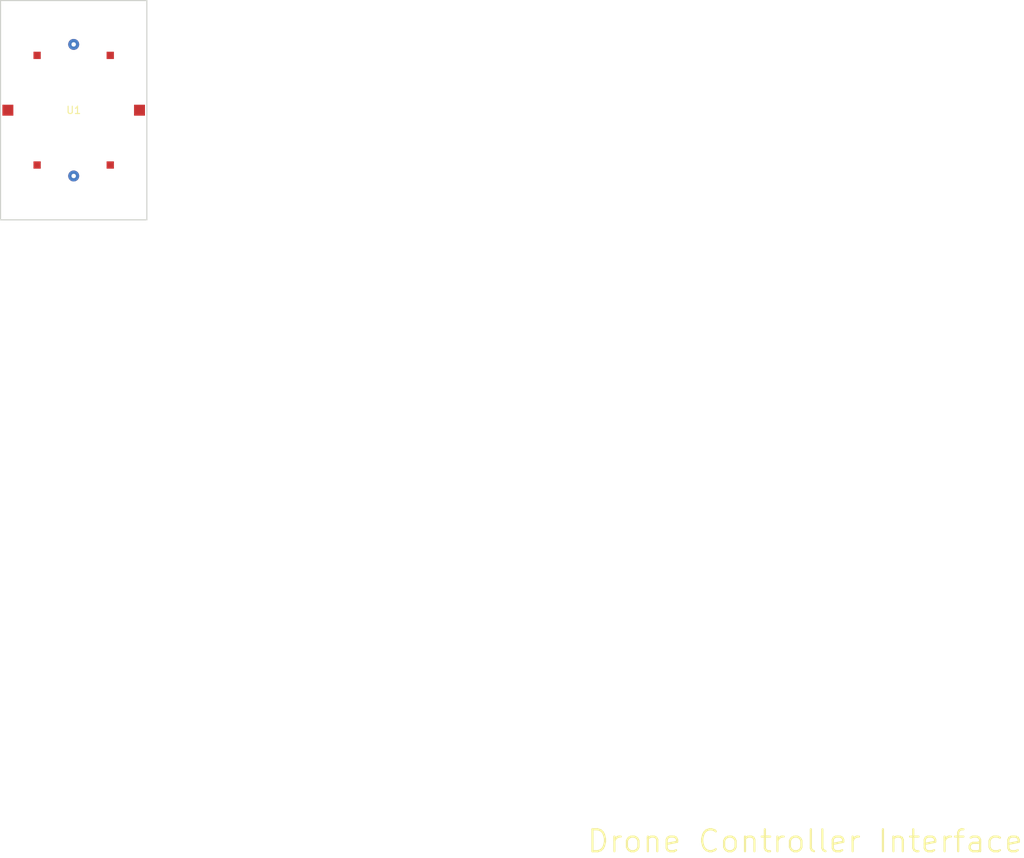
<source format=kicad_pcb>
(kicad_pcb (version 20171130) (host pcbnew "(5.1.9)")

  (general
    (thickness 1.6)
    (drawings 0)
    (tracks 0)
    (zones 0)
    (modules 0)
    (nets 0)
  )

  (page "A4")
  (layers
    (0 "F.Cu" signal)
    (31 "B.Cu" signal)
    (32 "B.Adhes" user)
    (33 "F.Adhes" user)
    (34 "B.Paste" user)
    (35 "F.Paste" user)
    (36 "B.SilkS" user)
    (37 "F.SilkS" user)
    (38 "B.Mask" user)
    (39 "F.Mask" user)
    (40 "Dwgs.User" user)
    (41 "Cmts.User" user)
    (42 "Eco1.User" user)
    (43 "Eco2.User" user)
    (44 "Edge.Cuts" user)
    (45 "Margin" user)
    (46 "B.CrtYd" user)
    (47 "F.CrtYd" user)
    (48 "B.Fab" user)
    (49 "F.Fab" user)
  )

  (setup
    (last_trace_width 0.25)
    (trace_clearance 0.2)
    (zone_clearance 0.2)
    (zone_45_only no)
    (trace_min 0.2)
    (segment_width 0.2)
    (edge_width 0.15)
    (via_size 0.6)
    (via_drill 0.4)
    (via_min_size 0.4)
    (via_min_drill 0.3)
    (uvia_size 0.3)
    (uvia_drill 0.1)
    (uvias_allowed no)
    (uvia_min_size 0.2)
    (uvia_min_drill 0.1)
    (pcb_text_width 0.3)
    (pcb_text_size 1.5 1.5)
    (mod_edge_width 0.15)
    (mod_text_size 1 1)
    (mod_text_width 0.15)
    (pad_size 1.5 1.5)
    (pad_drill 0.6)
    (pad_to_mask_clearance 0.2)
    (solder_mask_min_width 0.25)
    (aux_axis_origin 0 0)
    (visible_elements FFFFFF7F)
    (pcbplotparams
      (layerselection 0x00030_80000001)
      (usegerberextensions false)
      (excludeedgelayer true)
      (linewidth 0.150000)
      (plotframeref false)
      (viasonmask false)
      (mode 1)
      (useauxorigin false)
      (hpglpennumber 1)
      (hpglpenspeed 20)
      (hpglpendiameter 15)
      (hpglpenoverlay 2)
      (psnegative false)
      (psa4output false)
      (plotreference true)
      (plotvalue true)
      (plotinvisibletext false)
      (padsonsilk false)
      (subtractmaskfromsilk false)
      (outputformat 1)
      (mirror false)
      (drillshape 1)
      (scaleselection 1)
      (outputdirectory "")
    )
  )

  (net 0 "")

  (net_class Default "This is the default net class."
    (clearance 0.2)
    (trace_width 0.25)
    (via_dia 0.6)
    (via_drill 0.4)
    (uvia_dia 0.3)
    (uvia_drill 0.1)
  )

  (module Drone_Controller_Interface (layer F.Cu) (tedit 5B3E8F43)
    (fp_text reference U1 (at 0 0) (layer F.SilkS)
      (effects (font (size 1 1) (thickness 0.15)))
    )
    (fp_text value Drone_Controller_Interface (at 0 -1.5) (layer F.Fab)
      (effects (font (size 1 1) (thickness 0.15)))
    )
    (fp_line (start -10 -15) (end 10 -15) (layer Edge.Cuts) (width 0.15))
    (fp_line (start 10 -15) (end 10 15) (layer Edge.Cuts) (width 0.15))
    (fp_line (start 10 15) (end -10 15) (layer Edge.Cuts) (width 0.15))
    (fp_line (start -10 15) (end -10 -15) (layer Edge.Cuts) (width 0.15))
    (pad 1 smd rect (at -9 0) (size 1.5 1.5) (layers F.Cu F.Paste F.Mask)
      (net 1 "Input_from_Remote/Sensors"))
    (pad 2 smd rect (at 9 0) (size 1.5 1.5) (layers F.Cu F.Paste F.Mask)
      (net 2 "Output_to_Motors/Actuators"))
    (pad 3 thru_hole circle (at 0 9) (size 1.5 1.5) (drill 0.6) (layers *.Cu *.Mask)
      (net 3 "Power"))
    (pad 4 thru_hole circle (at 0 -9) (size 1.5 1.5) (drill 0.6) (layers *.Cu *.Mask)
      (net 4 "Ground"))
    (pad 5 smd rect (at -5 7.5) (size 1 1) (layers F.Cu F.Paste F.Mask)
      (net 5 "I2C_SCL"))
    (pad 6 smd rect (at 5 7.5) (size 1 1) (layers F.Cu F.Paste F.Mask)
      (net 6 "I2C_SDA"))
    (pad 7 smd rect (at -5 -7.5) (size 1 1) (layers F.Cu F.Paste F.Mask)
      (net 7 "UART_TX"))
    (pad 8 smd rect (at 5 -7.5) (size 1 1) (layers F.Cu F.Paste F.Mask)
      (net 8 "UART_RX"))
  )

  (gr_text "Drone Controller Interface" (at 100 100) (layer F.SilkS)
    (effects (font (size 3 3) (thickness 0.3)))
  )
)

</source>
